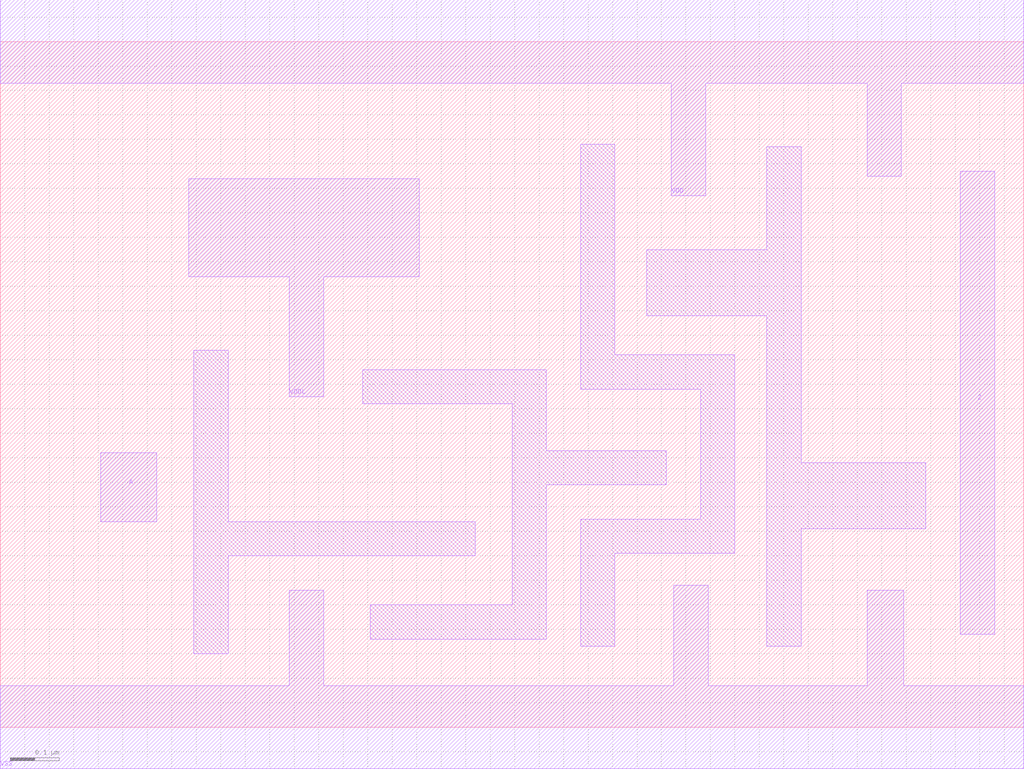
<source format=lef>
# 
# ******************************************************************************
# *                                                                            *
# *                   Copyright (C) 2004-2011, Nangate Inc.                    *
# *                           All rights reserved.                             *
# *                                                                            *
# * Nangate and the Nangate logo are trademarks of Nangate Inc.                *
# *                                                                            *
# * All trademarks, logos, software marks, and trade names (collectively the   *
# * "Marks") in this program are proprietary to Nangate or other respective    *
# * owners that have granted Nangate the right and license to use such Marks.  *
# * You are not permitted to use the Marks without the prior written consent   *
# * of Nangate or such third party that may own the Marks.                     *
# *                                                                            *
# * This file has been provided pursuant to a License Agreement containing     *
# * restrictions on its use. This file contains valuable trade secrets and     *
# * proprietary information of Nangate Inc., and is protected by U.S. and      *
# * international laws and/or treaties.                                        *
# *                                                                            *
# * The copyright notice(s) in this file does not indicate actual or intended  *
# * publication of this file.                                                  *
# *                                                                            *
# *     NGLibraryCreator, v2010.08-HR32-SP3-2010-08-05 - build 1009061800      *
# *                                                                            *
# ******************************************************************************
# 
# 
# Running on server08.nangate.com for user Giancarlo Franciscatto (gfr).
# Local time is now Thu, 6 Jan 2011, 18:10:28.
# Main process id is 3320.

VERSION 5.6 ;
BUSBITCHARS "[]" ;
DIVIDERCHAR "/" ;

MACRO LS_LH_X1
  CLASS core ;
  FOREIGN LS_LH_X1 0.0 0.0 ;
  ORIGIN 0 0 ;
  SYMMETRY X Y ;
  SITE FreePDK45_38x28_10R_NP_162NW_34O ;
  SIZE 2.09 BY 1.4 ;
  PIN A
    DIRECTION INPUT ;
    ANTENNAPARTIALMETALAREA 0.0161 LAYER metal1 ;
    ANTENNAPARTIALMETALSIDEAREA 0.0663 LAYER metal1 ;
    ANTENNAGATEAREA 0.01125 ;
    PORT
      LAYER metal1 ;
        POLYGON 0.205 0.42 0.32 0.42 0.32 0.56 0.205 0.56  ;
    END
  END A
  PIN Z
    DIRECTION OUTPUT ;
    ANTENNAPARTIALMETALAREA 0.06615 LAYER metal1 ;
    ANTENNAPARTIALMETALSIDEAREA 0.2639 LAYER metal1 ;
    ANTENNADIFFAREA 0.0336 ;
    PORT
      LAYER metal1 ;
        POLYGON 1.96 0.19 2.03 0.19 2.03 1.135 1.96 1.135  ;
    END
  END Z
  PIN VDD
    DIRECTION INOUT ;
    USE power ;
    SHAPE ABUTMENT ;
    PORT
      LAYER metal1 ;
        POLYGON 0 1.315 1.37 1.315 1.37 1.085 1.44 1.085 1.44 1.315 1.77 1.315 1.77 1.125 1.84 1.125 1.84 1.315 1.89 1.315 2.09 1.315 2.09 1.485 1.89 1.485 0 1.485  ;
    END
  END VDD
  PIN VDDL
    DIRECTION INOUT ;
    USE power ;
    SHAPE ABUTMENT ;
    PORT
      LAYER metal1 ;
        POLYGON 0.385 0.92 0.59 0.92 0.59 0.675 0.66 0.675 0.66 0.92 0.855 0.92 0.855 1.12 0.385 1.12  ;
    END
  END VDDL
  PIN VSS
    DIRECTION INOUT ;
    USE ground ;
    SHAPE ABUTMENT ;
    PORT
      LAYER metal1 ;
        POLYGON 0 -0.085 2.09 -0.085 2.09 0.085 1.845 0.085 1.845 0.28 1.77 0.28 1.77 0.085 1.445 0.085 1.445 0.29 1.375 0.29 1.375 0.085 0.66 0.085 0.66 0.28 0.59 0.28 0.59 0.085 0 0.085  ;
    END
  END VSS
  OBS
      LAYER metal1 ;
        POLYGON 0.395 0.15 0.465 0.15 0.465 0.35 0.97 0.35 0.97 0.42 0.465 0.42 0.465 0.77 0.395 0.77  ;
        POLYGON 0.74 0.66 1.045 0.66 1.045 0.25 0.755 0.25 0.755 0.18 1.115 0.18 1.115 0.495 1.36 0.495 1.36 0.565 1.115 0.565 1.115 0.73 0.74 0.73  ;
        POLYGON 1.185 0.69 1.43 0.69 1.43 0.425 1.185 0.425 1.185 0.165 1.255 0.165 1.255 0.355 1.5 0.355 1.5 0.76 1.255 0.76 1.255 1.19 1.185 1.19  ;
        POLYGON 1.32 0.84 1.565 0.84 1.565 0.165 1.635 0.165 1.635 0.405 1.89 0.405 1.89 0.54 1.635 0.54 1.635 1.185 1.565 1.185 1.565 0.975 1.32 0.975  ;
  END
END LS_LH_X1

END LIBRARY
#
# End of file
#

</source>
